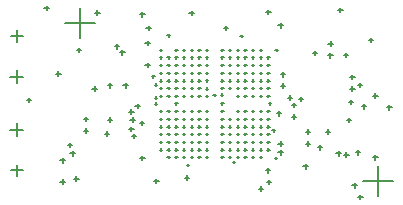
<source format=gbr>
%TF.GenerationSoftware,Altium Limited,Altium Designer,20.2.5 (213)*%
G04 Layer_Color=128*
%FSLAX26Y26*%
%MOIN*%
%TF.SameCoordinates,0FE6C2C3-B7F4-45EC-A48D-0F423D7CACB9*%
%TF.FilePolarity,Positive*%
%TF.FileFunction,Drillmap*%
%TF.Part,Single*%
G01*
G75*
%TA.AperFunction,NonConductor*%
%ADD38C,0.005000*%
D38*
X2683787Y1600000D02*
X2782213D01*
X2733000Y1550787D02*
Y1649213D01*
X1691787Y2127000D02*
X1790213D01*
X1741000Y2077787D02*
Y2176213D01*
X1508347Y1948582D02*
X1551653D01*
X1530000Y1926928D02*
Y1970236D01*
X1508347Y1771418D02*
X1551653D01*
X1530000Y1749764D02*
Y1793072D01*
X1510315Y2084410D02*
X1549685D01*
X1530000Y2064725D02*
Y2104095D01*
X1510315Y1635590D02*
X1549685D01*
X1530000Y1615905D02*
Y1655275D01*
X2057759Y1884237D02*
X2065759D01*
X2061759Y1880237D02*
Y1888237D01*
X2057759Y1859066D02*
X2065759D01*
X2061759Y1855066D02*
Y1863066D01*
X2209590Y1888317D02*
X2217590D01*
X2213590Y1884317D02*
Y1892317D01*
X2211305Y1859066D02*
X2219305D01*
X2215305Y1855066D02*
Y1863066D01*
X2160121Y1884237D02*
X2168121D01*
X2164121Y1880237D02*
Y1888237D01*
X2185074Y1886381D02*
X2193074D01*
X2189074Y1882381D02*
Y1890381D01*
X2288077Y1756283D02*
X2296077D01*
X2292077Y1752283D02*
Y1760283D01*
X2236895Y1756283D02*
X2244895D01*
X2240895Y1752283D02*
Y1760283D01*
X2262485Y1756283D02*
X2270485D01*
X2266485Y1752283D02*
Y1760283D01*
X2211305Y1756283D02*
X2219305D01*
X2215305Y1752283D02*
Y1760283D01*
X2313667Y1756283D02*
X2321667D01*
X2317667Y1752283D02*
Y1760283D01*
X2160121Y1833055D02*
X2168121D01*
X2164121Y1829055D02*
Y1837055D01*
X2211305Y1909829D02*
X2219305D01*
X2215305Y1905829D02*
Y1913829D01*
X2313667Y1781875D02*
X2321667D01*
X2317667Y1777875D02*
Y1785875D01*
X2339257Y1781875D02*
X2347257D01*
X2343257Y1777875D02*
Y1785875D01*
X2364847Y1781875D02*
X2372847D01*
X2368847Y1777875D02*
Y1785875D01*
X2339257Y1756283D02*
X2347257D01*
X2343257Y1752283D02*
Y1760283D01*
X2160448Y1935745D02*
X2168448D01*
X2164448Y1931745D02*
Y1939745D01*
X2159039Y1908747D02*
X2167039D01*
X2163039Y1904747D02*
Y1912747D01*
X2211305Y1935419D02*
X2219305D01*
X2215305Y1931419D02*
Y1939419D01*
X2134531Y1884237D02*
X2142531D01*
X2138531Y1880237D02*
Y1888237D01*
X2134531Y1935419D02*
X2142531D01*
X2138531Y1931419D02*
Y1939419D01*
X2134531Y1909829D02*
X2142531D01*
X2138531Y1905829D02*
Y1913829D01*
X2160121Y1730693D02*
X2168121D01*
X2164121Y1726693D02*
Y1734693D01*
X2160121Y1705103D02*
X2168121D01*
X2164121Y1701103D02*
Y1709103D01*
X2057759Y1833055D02*
X2065759D01*
X2061759Y1829055D02*
Y1837055D01*
X2083351Y1833055D02*
X2091351D01*
X2087351Y1829055D02*
Y1837055D01*
X2679416Y1849163D02*
X2694416D01*
X2686916Y1841663D02*
Y1856663D01*
X2637014Y1863944D02*
X2652014D01*
X2644514Y1856444D02*
Y1871444D01*
X2717445Y1884922D02*
X2732445D01*
X2724945Y1877422D02*
Y1892422D01*
X2219500Y2111000D02*
X2234500D01*
X2227000Y2103500D02*
Y2118500D01*
X2446793Y1853050D02*
X2461793D01*
X2454293Y1845550D02*
Y1860550D01*
X2433792Y1878636D02*
X2448792D01*
X2441292Y1871136D02*
Y1886136D01*
X2396793Y1825790D02*
X2411793D01*
X2404293Y1818290D02*
Y1833290D01*
X2364847Y1884237D02*
X2372847D01*
X2368847Y1880237D02*
Y1888237D01*
X2640986Y1908525D02*
X2655986D01*
X2648486Y1901025D02*
Y1916025D01*
X2469262Y1874184D02*
X2484262D01*
X2476762Y1866684D02*
Y1881684D01*
X2446793Y1815050D02*
X2461793D01*
X2454293Y1807550D02*
Y1822550D01*
X2369911Y1859066D02*
X2377911D01*
X2373911Y1855066D02*
Y1863066D01*
X2492748Y1764825D02*
X2507748D01*
X2500248Y1757325D02*
Y1772325D01*
X2492748Y1725188D02*
X2507748D01*
X2500248Y1717688D02*
Y1732688D01*
X2667784Y1546700D02*
X2682784D01*
X2675284Y1539200D02*
Y1554200D01*
X2363110Y1596810D02*
X2378110D01*
X2370610Y1589310D02*
Y1604310D01*
X2336216Y1575214D02*
X2351216D01*
X2343716Y1567714D02*
Y1582714D01*
X2360514Y1635590D02*
X2375514D01*
X2368014Y1628090D02*
Y1643090D01*
X2484878Y1649303D02*
X2499878D01*
X2492378Y1641803D02*
Y1656803D01*
X2401538Y1725188D02*
X2416538D01*
X2409038Y1717688D02*
Y1732688D01*
X2401538Y1695816D02*
X2416538D01*
X2409038Y1688316D02*
Y1703316D01*
X1987934Y1600000D02*
X2002934D01*
X1995434Y1592500D02*
Y1607500D01*
X2409480Y1956060D02*
X2424480D01*
X2416980Y1948560D02*
Y1963560D01*
X2410210Y1918060D02*
X2425210D01*
X2417710Y1910560D02*
Y1925560D01*
X2381775Y1769079D02*
X2389775D01*
X2385775Y1765079D02*
Y1773079D01*
X2262531Y1679557D02*
X2270531D01*
X2266531Y1675557D02*
Y1683557D01*
X2250332Y1663349D02*
X2258332D01*
X2254332Y1659349D02*
Y1667349D01*
X2717445Y1679511D02*
X2732445D01*
X2724945Y1672011D02*
Y1687011D01*
X2620883Y1688161D02*
X2635883D01*
X2628383Y1680661D02*
Y1695661D01*
X2560283Y1764825D02*
X2575283D01*
X2567783Y1757325D02*
Y1772325D01*
X2089220Y1612064D02*
X2104220D01*
X2096720Y1604564D02*
Y1619564D01*
X2640986Y1947575D02*
X2655986D01*
X2648486Y1940075D02*
Y1955075D01*
X2595208Y1692307D02*
X2610208D01*
X2602708Y1684807D02*
Y1699807D01*
X2567888Y2019284D02*
X2582888D01*
X2575388Y2011784D02*
Y2026784D01*
X2515947Y2027644D02*
X2530947D01*
X2523447Y2020144D02*
Y2035144D01*
X1562996Y1869684D02*
X1577996D01*
X1570496Y1862184D02*
Y1877184D01*
X1752500Y1768601D02*
X1767500D01*
X1760000Y1761101D02*
Y1776101D01*
X1833375Y1804789D02*
X1848375D01*
X1840875Y1797289D02*
Y1812289D01*
X1904635Y1774521D02*
X1919635D01*
X1912135Y1767021D02*
Y1782021D01*
X1908302Y1805058D02*
X1923302D01*
X1915802Y1797558D02*
Y1812558D01*
X1939753Y1793616D02*
X1954753D01*
X1947253Y1786116D02*
Y1801116D01*
X1990726Y1858549D02*
X1998726D01*
X1994726Y1854549D02*
Y1862549D01*
X1621709Y2176889D02*
X1636709D01*
X1629209Y2169389D02*
Y2184389D01*
X1940655Y2156034D02*
X1955655D01*
X1948155Y2148534D02*
Y2163534D01*
X2361347Y2164478D02*
X2376347D01*
X2368847Y2156978D02*
Y2171978D01*
X1904144Y1831751D02*
X1919144D01*
X1911644Y1824251D02*
Y1839251D01*
X1990726Y1878636D02*
X1998726D01*
X1994726Y1874636D02*
Y1882636D01*
X2108941Y1961009D02*
X2116941D01*
X2112941Y1957009D02*
Y1965009D01*
X2600959Y2170195D02*
X2615959D01*
X2608459Y2162695D02*
Y2177695D01*
X2105441Y2161177D02*
X2120441D01*
X2112941Y2153677D02*
Y2168677D01*
X1791075Y2161653D02*
X1806075D01*
X1798575Y2154153D02*
Y2169153D01*
X2006579Y1833055D02*
X2014579D01*
X2010579Y1829055D02*
Y1837055D01*
X2096147Y1654071D02*
X2104147D01*
X2100147Y1650071D02*
Y1658071D01*
X2211305Y1807465D02*
X2219305D01*
X2215305Y1803465D02*
Y1811465D01*
X2658883Y1695816D02*
X2673883D01*
X2666383Y1688316D02*
Y1703316D01*
X2703081Y2070070D02*
X2718081D01*
X2710581Y2062570D02*
Y2077570D01*
X2568678Y2058576D02*
X2583678D01*
X2576178Y2051076D02*
Y2066076D01*
X2401538Y2118883D02*
X2416538D01*
X2409038Y2111383D02*
Y2126383D01*
X2619959Y2019673D02*
X2634959D01*
X2627459Y2012173D02*
Y2027173D01*
X1661232Y1958174D02*
X1676232D01*
X1668732Y1950674D02*
Y1965674D01*
X1721072Y1608425D02*
X1736072D01*
X1728572Y1600925D02*
Y1615925D01*
X1940655Y1676895D02*
X1955655D01*
X1948155Y1669395D02*
Y1684395D01*
X1782079Y1908525D02*
X1797079D01*
X1789579Y1901025D02*
Y1916025D01*
X1833375Y1919479D02*
X1848375D01*
X1840875Y1911979D02*
Y1926979D01*
X1925193Y1850753D02*
X1940193D01*
X1932693Y1843253D02*
Y1858253D01*
X2006579Y1730693D02*
X2014579D01*
X2010579Y1726693D02*
Y1734693D01*
X2389657Y1676895D02*
X2397657D01*
X2393657Y1672895D02*
Y1680895D01*
X2648287Y1586019D02*
X2663287D01*
X2655787Y1578519D02*
Y1593519D01*
X1708637Y1692307D02*
X1723637D01*
X1716137Y1684807D02*
Y1699807D01*
X1729200Y2037787D02*
X1744200D01*
X1736700Y2030287D02*
Y2045287D01*
X1885250Y1919479D02*
X1900250D01*
X1892750Y1911979D02*
Y1926979D01*
X1752500Y1807465D02*
X1767500D01*
X1760000Y1799965D02*
Y1814965D01*
X1699314Y1719707D02*
X1714314D01*
X1706814Y1712207D02*
Y1727207D01*
X1823245Y1758039D02*
X1838245D01*
X1830745Y1750539D02*
Y1765539D01*
X1675301Y1598189D02*
X1690301D01*
X1682801Y1590689D02*
Y1605689D01*
X1962001Y2111000D02*
X1977001D01*
X1969501Y2103500D02*
Y2118500D01*
X2032169Y2085957D02*
X2040169D01*
X2036169Y2081957D02*
Y2089957D01*
X1913500Y1750079D02*
X1928500D01*
X1921000Y1742579D02*
Y1757579D01*
X1990726Y1921532D02*
X1998726D01*
X1994726Y1917532D02*
Y1925532D01*
X1981391Y1948838D02*
X1989391D01*
X1985391Y1944838D02*
Y1952838D01*
X2006579Y1935419D02*
X2014579D01*
X2010579Y1931419D02*
Y1939419D01*
X1856925Y2049060D02*
X1871925D01*
X1864425Y2041560D02*
Y2056560D01*
X1874606Y2029254D02*
X1889606D01*
X1882106Y2021754D02*
Y2036754D01*
X1958753Y2059998D02*
X1973753D01*
X1966253Y2052498D02*
Y2067498D01*
X1958753Y1987580D02*
X1973753D01*
X1966253Y1980080D02*
Y1995080D01*
X2236895Y1909829D02*
X2244895D01*
X2240895Y1905829D02*
Y1913829D01*
X2108941Y1807465D02*
X2116941D01*
X2112941Y1803465D02*
Y1811465D01*
X2275281Y2084410D02*
X2283281D01*
X2279281Y2080410D02*
Y2088410D01*
X2288077Y2037781D02*
X2296077D01*
X2292077Y2033781D02*
Y2041781D01*
X2391885Y2037781D02*
X2399885D01*
X2395885Y2033781D02*
Y2041781D01*
X2211305Y1833055D02*
X2219305D01*
X2215305Y1829055D02*
Y1837055D01*
X2160121Y1807465D02*
X2168121D01*
X2164121Y1803465D02*
Y1811465D01*
X2134531Y1833055D02*
X2142531D01*
X2138531Y1829055D02*
Y1837055D01*
X2134531Y1807465D02*
X2142531D01*
X2138531Y1803465D02*
Y1811465D01*
X2236895Y1807465D02*
X2244895D01*
X2240895Y1803465D02*
Y1811465D01*
X2160121Y1781875D02*
X2168121D01*
X2164121Y1777875D02*
Y1785875D01*
X2211305Y1781875D02*
X2219305D01*
X2215305Y1777875D02*
Y1785875D01*
X2108941Y1833055D02*
X2116941D01*
X2112941Y1829055D02*
Y1837055D01*
X2262485Y1833055D02*
X2270485D01*
X2266485Y1829055D02*
Y1837055D01*
X2108941Y1884237D02*
X2116941D01*
X2112941Y1880237D02*
Y1888237D01*
X2262485Y1884237D02*
X2270485D01*
X2266485Y1880237D02*
Y1888237D01*
X2134531Y1781875D02*
X2142531D01*
X2138531Y1777875D02*
Y1785875D01*
X2236895Y1781875D02*
X2244895D01*
X2240895Y1777875D02*
Y1785875D01*
X2262485Y1807465D02*
X2270485D01*
X2266485Y1803465D02*
Y1811465D01*
X2108941Y1909829D02*
X2116941D01*
X2112941Y1905829D02*
Y1913829D01*
X2262485Y1909829D02*
X2270485D01*
X2266485Y1905829D02*
Y1913829D01*
X2236895Y1935419D02*
X2244895D01*
X2240895Y1931419D02*
Y1939419D01*
X2108941Y1781875D02*
X2116941D01*
X2112941Y1777875D02*
Y1785875D01*
X2262485Y1781875D02*
X2270485D01*
X2266485Y1777875D02*
Y1785875D01*
X2083351Y1884237D02*
X2091351D01*
X2087351Y1880237D02*
Y1888237D01*
X2160121Y1756283D02*
X2168121D01*
X2164121Y1752283D02*
Y1760283D01*
X2108941Y1935419D02*
X2116941D01*
X2112941Y1931419D02*
Y1939419D01*
X2262485Y1935419D02*
X2270485D01*
X2266485Y1931419D02*
Y1939419D01*
X2160121Y1961009D02*
X2168121D01*
X2164121Y1957009D02*
Y1965009D01*
X2211305Y1961009D02*
X2219305D01*
X2215305Y1957009D02*
Y1965009D01*
X2288077Y1833055D02*
X2296077D01*
X2292077Y1829055D02*
Y1837055D01*
X2288077Y1884237D02*
X2296077D01*
X2292077Y1880237D02*
Y1888237D01*
X2083351Y1807465D02*
X2091351D01*
X2087351Y1803465D02*
Y1811465D01*
X2083351Y1909829D02*
X2091351D01*
X2087351Y1905829D02*
Y1913829D01*
X2134531Y1756283D02*
X2142531D01*
X2138531Y1752283D02*
Y1760283D01*
X2134531Y1961009D02*
X2142531D01*
X2138531Y1957009D02*
Y1965009D01*
X2236895Y1961009D02*
X2244895D01*
X2240895Y1957009D02*
Y1965009D01*
X2288077Y1807465D02*
X2296077D01*
X2292077Y1803465D02*
Y1811465D01*
X2288077Y1909829D02*
X2296077D01*
X2292077Y1905829D02*
Y1913829D01*
X2083351Y1781875D02*
X2091351D01*
X2087351Y1777875D02*
Y1785875D01*
X2083351Y1935419D02*
X2091351D01*
X2087351Y1931419D02*
Y1939419D01*
X2108941Y1756283D02*
X2116941D01*
X2112941Y1752283D02*
Y1760283D01*
X2262485Y1961009D02*
X2270485D01*
X2266485Y1957009D02*
Y1965009D01*
X2288077Y1781875D02*
X2296077D01*
X2292077Y1777875D02*
Y1785875D01*
X2288077Y1935419D02*
X2296077D01*
X2292077Y1931419D02*
Y1939419D01*
X2211305Y1730693D02*
X2219305D01*
X2215305Y1726693D02*
Y1734693D01*
X2313667Y1833055D02*
X2321667D01*
X2317667Y1829055D02*
Y1837055D01*
X2313667Y1884237D02*
X2321667D01*
X2317667Y1880237D02*
Y1888237D01*
X2160121Y1986601D02*
X2168121D01*
X2164121Y1982601D02*
Y1990601D01*
X2211305Y1986601D02*
X2219305D01*
X2215305Y1982601D02*
Y1990601D01*
X2134531Y1730693D02*
X2142531D01*
X2138531Y1726693D02*
Y1734693D01*
X2236895Y1730693D02*
X2244895D01*
X2240895Y1726693D02*
Y1734693D01*
X2057759Y1807465D02*
X2065759D01*
X2061759Y1803465D02*
Y1811465D01*
X2313667Y1807465D02*
X2321667D01*
X2317667Y1803465D02*
Y1811465D01*
X2057759Y1909829D02*
X2065759D01*
X2061759Y1905829D02*
Y1913829D01*
X2313667Y1909829D02*
X2321667D01*
X2317667Y1905829D02*
Y1913829D01*
X2134531Y1986601D02*
X2142531D01*
X2138531Y1982601D02*
Y1990601D01*
X2236895Y1986601D02*
X2244895D01*
X2240895Y1982601D02*
Y1990601D01*
X2083351Y1756283D02*
X2091351D01*
X2087351Y1752283D02*
Y1760283D01*
X2083351Y1961009D02*
X2091351D01*
X2087351Y1957009D02*
Y1965009D01*
X2288077Y1961009D02*
X2296077D01*
X2292077Y1957009D02*
Y1965009D01*
X2108941Y1730693D02*
X2116941D01*
X2112941Y1726693D02*
Y1734693D01*
X2262485Y1730693D02*
X2270485D01*
X2266485Y1726693D02*
Y1734693D01*
X2057759Y1781875D02*
X2065759D01*
X2061759Y1777875D02*
Y1785875D01*
X2057759Y1935419D02*
X2065759D01*
X2061759Y1931419D02*
Y1939419D01*
X2313667Y1935419D02*
X2321667D01*
X2317667Y1931419D02*
Y1939419D01*
X2108941Y1986601D02*
X2116941D01*
X2112941Y1982601D02*
Y1990601D01*
X2262485Y1986601D02*
X2270485D01*
X2266485Y1982601D02*
Y1990601D01*
X2211305Y1705103D02*
X2219305D01*
X2215305Y1701103D02*
Y1709103D01*
X2032169Y1833055D02*
X2040169D01*
X2036169Y1829055D02*
Y1837055D01*
X2339257Y1833055D02*
X2347257D01*
X2343257Y1829055D02*
Y1837055D01*
X2032169Y1884237D02*
X2040169D01*
X2036169Y1880237D02*
Y1888237D01*
X2339257Y1884237D02*
X2347257D01*
X2343257Y1880237D02*
Y1888237D01*
X2160121Y2012191D02*
X2168121D01*
X2164121Y2008191D02*
Y2016191D01*
X2211305Y2012191D02*
X2219305D01*
X2215305Y2008191D02*
Y2016191D01*
X2134531Y1705103D02*
X2142531D01*
X2138531Y1701103D02*
Y1709103D01*
X2236895Y1705103D02*
X2244895D01*
X2240895Y1701103D02*
Y1709103D01*
X2083351Y1730693D02*
X2091351D01*
X2087351Y1726693D02*
Y1734693D01*
X2032169Y1807465D02*
X2040169D01*
X2036169Y1803465D02*
Y1811465D01*
X2339257Y1807465D02*
X2347257D01*
X2343257Y1803465D02*
Y1811465D01*
X2288077Y1730693D02*
X2296077D01*
X2292077Y1726693D02*
Y1734693D01*
X2032169Y1909829D02*
X2040169D01*
X2036169Y1905829D02*
Y1913829D01*
X2339257Y1909829D02*
X2347257D01*
X2343257Y1905829D02*
Y1913829D01*
X2057759Y1756283D02*
X2065759D01*
X2061759Y1752283D02*
Y1760283D01*
X2057759Y1961009D02*
X2065759D01*
X2061759Y1957009D02*
Y1965009D01*
X2313667Y1961009D02*
X2321667D01*
X2317667Y1957009D02*
Y1965009D01*
X2083351Y1986601D02*
X2091351D01*
X2087351Y1982601D02*
Y1990601D01*
X2134531Y2012191D02*
X2142531D01*
X2138531Y2008191D02*
Y2016191D01*
X2236895Y2012191D02*
X2244895D01*
X2240895Y2008191D02*
Y2016191D01*
X2288077Y1986601D02*
X2296077D01*
X2292077Y1982601D02*
Y1990601D01*
X2108941Y1705103D02*
X2116941D01*
X2112941Y1701103D02*
Y1709103D01*
X2262485Y1705103D02*
X2270485D01*
X2266485Y1701103D02*
Y1709103D01*
X2032169Y1781875D02*
X2040169D01*
X2036169Y1777875D02*
Y1785875D01*
X2032169Y1935419D02*
X2040169D01*
X2036169Y1931419D02*
Y1939419D01*
X2339257Y1935419D02*
X2347257D01*
X2343257Y1931419D02*
Y1939419D01*
X2108941Y2012191D02*
X2116941D01*
X2112941Y2008191D02*
Y2016191D01*
X2262485Y2012191D02*
X2270485D01*
X2266485Y2008191D02*
Y2016191D01*
X2057759Y1730693D02*
X2065759D01*
X2061759Y1726693D02*
Y1734693D01*
X2313667Y1730693D02*
X2321667D01*
X2317667Y1726693D02*
Y1734693D01*
X2057759Y1986601D02*
X2065759D01*
X2061759Y1982601D02*
Y1990601D01*
X2313667Y1986601D02*
X2321667D01*
X2317667Y1982601D02*
Y1990601D01*
X2083351Y1705103D02*
X2091351D01*
X2087351Y1701103D02*
Y1709103D01*
X2364847Y1833055D02*
X2372847D01*
X2368847Y1829055D02*
Y1837055D01*
X2006579Y1884237D02*
X2014579D01*
X2010579Y1880237D02*
Y1888237D01*
X2288077Y1705103D02*
X2296077D01*
X2292077Y1701103D02*
Y1709103D01*
X2032169Y1756283D02*
X2040169D01*
X2036169Y1752283D02*
Y1760283D01*
X2032169Y1961009D02*
X2040169D01*
X2036169Y1957009D02*
Y1965009D01*
X2339257Y1961009D02*
X2347257D01*
X2343257Y1957009D02*
Y1965009D01*
X2083351Y2012191D02*
X2091351D01*
X2087351Y2008191D02*
Y2016191D01*
X2160121Y1679511D02*
X2168121D01*
X2164121Y1675511D02*
Y1683511D01*
X2211305Y1679511D02*
X2219305D01*
X2215305Y1675511D02*
Y1683511D01*
X2160121Y2037781D02*
X2168121D01*
X2164121Y2033781D02*
Y2041781D01*
X2211305Y2037781D02*
X2219305D01*
X2215305Y2033781D02*
Y2041781D01*
X2288077Y2012191D02*
X2296077D01*
X2292077Y2008191D02*
Y2016191D01*
X2006579Y1807465D02*
X2014579D01*
X2010579Y1803465D02*
Y1811465D01*
X2364847Y1807465D02*
X2372847D01*
X2368847Y1803465D02*
Y1811465D01*
X2006579Y1909829D02*
X2014579D01*
X2010579Y1905829D02*
Y1913829D01*
X2364847Y1909829D02*
X2372847D01*
X2368847Y1905829D02*
Y1913829D01*
X2134531Y1679511D02*
X2142531D01*
X2138531Y1675511D02*
Y1683511D01*
X2236895Y1679511D02*
X2244895D01*
X2240895Y1675511D02*
Y1683511D01*
X2134531Y2037781D02*
X2142531D01*
X2138531Y2033781D02*
Y2041781D01*
X2236895Y2037781D02*
X2244895D01*
X2240895Y2033781D02*
Y2041781D01*
X2006579Y1781875D02*
X2014579D01*
X2010579Y1777875D02*
Y1785875D01*
X2364847Y1935419D02*
X2372847D01*
X2368847Y1931419D02*
Y1939419D01*
X2108941Y1679511D02*
X2116941D01*
X2112941Y1675511D02*
Y1683511D01*
X2108941Y2037781D02*
X2116941D01*
X2112941Y2033781D02*
Y2041781D01*
X2262485Y2037781D02*
X2270485D01*
X2266485Y2033781D02*
Y2041781D01*
X2057759Y1705103D02*
X2065759D01*
X2061759Y1701103D02*
Y1709103D01*
X2313667Y1705103D02*
X2321667D01*
X2317667Y1701103D02*
Y1709103D01*
X2032169Y1730693D02*
X2040169D01*
X2036169Y1726693D02*
Y1734693D01*
X2339257Y1730693D02*
X2347257D01*
X2343257Y1726693D02*
Y1734693D01*
X2032169Y1986601D02*
X2040169D01*
X2036169Y1982601D02*
Y1990601D01*
X2339257Y1986601D02*
X2347257D01*
X2343257Y1982601D02*
Y1990601D01*
X2057759Y2012191D02*
X2065759D01*
X2061759Y2008191D02*
Y2016191D01*
X2313667Y2012191D02*
X2321667D01*
X2317667Y2008191D02*
Y2016191D01*
X2006579Y1756283D02*
X2014579D01*
X2010579Y1752283D02*
Y1760283D01*
X2364847Y1756283D02*
X2372847D01*
X2368847Y1752283D02*
Y1760283D01*
X2006579Y1961009D02*
X2014579D01*
X2010579Y1957009D02*
Y1965009D01*
X2364847Y1961009D02*
X2372847D01*
X2368847Y1957009D02*
Y1965009D01*
X2083351Y1679511D02*
X2091351D01*
X2087351Y1675511D02*
Y1683511D01*
X2083351Y2037781D02*
X2091351D01*
X2087351Y2033781D02*
Y2041781D01*
X2288077Y1679511D02*
X2296077D01*
X2292077Y1675511D02*
Y1683511D01*
X2032169Y1705103D02*
X2040169D01*
X2036169Y1701103D02*
Y1709103D01*
X2339257Y1705103D02*
X2347257D01*
X2343257Y1701103D02*
Y1709103D01*
X2032169Y2012191D02*
X2040169D01*
X2036169Y2008191D02*
Y2016191D01*
X2339257Y2012191D02*
X2347257D01*
X2343257Y2008191D02*
Y2016191D01*
X2364847Y1730693D02*
X2372847D01*
X2368847Y1726693D02*
Y1734693D01*
X2006579Y1986601D02*
X2014579D01*
X2010579Y1982601D02*
Y1990601D01*
X2364847Y1986601D02*
X2372847D01*
X2368847Y1982601D02*
Y1990601D01*
X2057759Y1679511D02*
X2065759D01*
X2061759Y1675511D02*
Y1683511D01*
X2313667Y1679511D02*
X2321667D01*
X2317667Y1675511D02*
Y1683511D01*
X2057759Y2037781D02*
X2065759D01*
X2061759Y2033781D02*
Y2041781D01*
X2313667Y2037781D02*
X2321667D01*
X2317667Y2033781D02*
Y2041781D01*
X2006579Y1705103D02*
X2014579D01*
X2010579Y1701103D02*
Y1709103D01*
X2364847Y1705103D02*
X2372847D01*
X2368847Y1701103D02*
Y1709103D01*
X2006579Y2012191D02*
X2014579D01*
X2010579Y2008191D02*
Y2016191D01*
X2364847Y2012191D02*
X2372847D01*
X2368847Y2008191D02*
Y2016191D01*
X2032169Y1679511D02*
X2040169D01*
X2036169Y1675511D02*
Y1683511D01*
X2339257Y1679511D02*
X2347257D01*
X2343257Y1675511D02*
Y1683511D01*
X2339257Y2037781D02*
X2347257D01*
X2343257Y2033781D02*
Y2041781D01*
X2006579Y2037781D02*
X2014579D01*
X2010579Y2033781D02*
Y2041781D01*
X2630415Y1804149D02*
X2645415D01*
X2637915Y1796649D02*
Y1811649D01*
X2764570Y1845851D02*
X2779570D01*
X2772070Y1838351D02*
Y1853351D01*
X1675301Y1669161D02*
X1690301D01*
X1682801Y1661661D02*
Y1676661D01*
X2532698Y1712724D02*
X2547698D01*
X2540198Y1705224D02*
Y1720224D01*
X2666108Y1920000D02*
X2681108D01*
X2673608Y1912500D02*
Y1927500D01*
%TF.MD5,48229bd3f3d20c8e0e5e9a8b4fe73056*%
M02*

</source>
